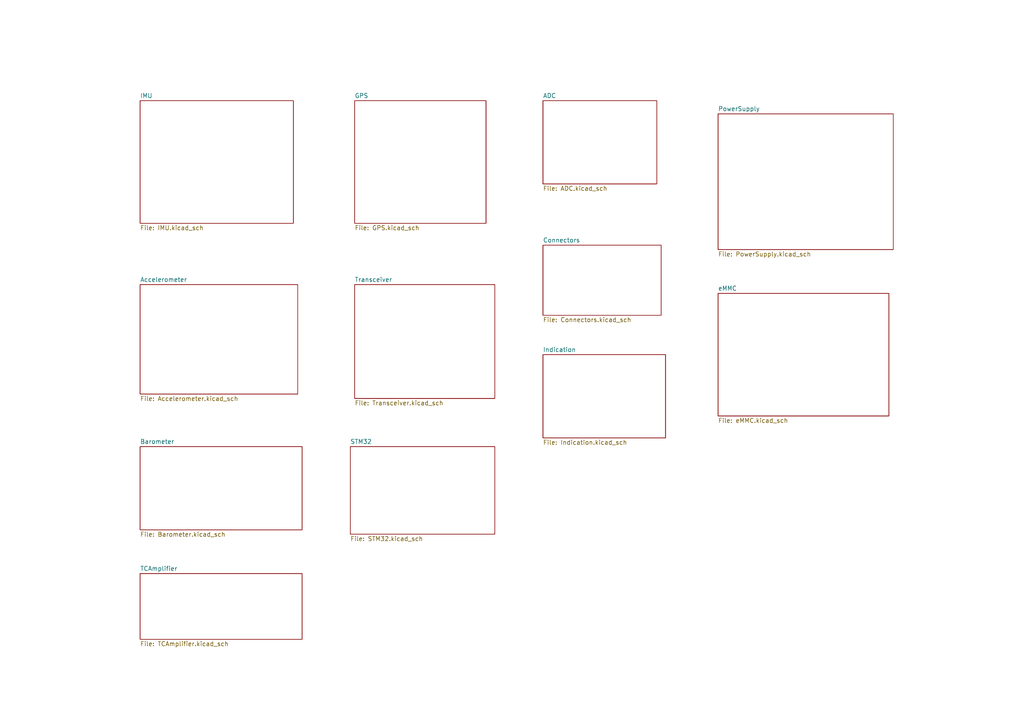
<source format=kicad_sch>
(kicad_sch
	(version 20250114)
	(generator "eeschema")
	(generator_version "9.0")
	(uuid "0a2c2d5f-ec03-4264-8d40-9c0a045434b3")
	(paper "A4")
	(lib_symbols)
	(sheet
		(at 40.64 82.55)
		(size 45.72 31.75)
		(exclude_from_sim no)
		(in_bom yes)
		(on_board yes)
		(dnp no)
		(fields_autoplaced yes)
		(stroke
			(width 0.1524)
			(type solid)
		)
		(fill
			(color 0 0 0 0.0000)
		)
		(uuid "37bee707-2f83-4c44-a399-46b32f71d5e7")
		(property "Sheetname" "Accelerometer"
			(at 40.64 81.8384 0)
			(effects
				(font
					(size 1.27 1.27)
				)
				(justify left bottom)
			)
		)
		(property "Sheetfile" "Accelerometer.kicad_sch"
			(at 40.64 114.8846 0)
			(effects
				(font
					(size 1.27 1.27)
				)
				(justify left top)
			)
		)
		(instances
			(project "Flight Computer Components"
				(path "/0a2c2d5f-ec03-4264-8d40-9c0a045434b3"
					(page "5")
				)
			)
		)
	)
	(sheet
		(at 101.6 129.54)
		(size 41.91 25.4)
		(exclude_from_sim no)
		(in_bom yes)
		(on_board yes)
		(dnp no)
		(fields_autoplaced yes)
		(stroke
			(width 0.1524)
			(type solid)
		)
		(fill
			(color 0 0 0 0.0000)
		)
		(uuid "39228faf-053b-40a1-8120-8a34e662ac29")
		(property "Sheetname" "STM32"
			(at 101.6 128.8284 0)
			(effects
				(font
					(size 1.27 1.27)
				)
				(justify left bottom)
			)
		)
		(property "Sheetfile" "STM32.kicad_sch"
			(at 101.6 155.5246 0)
			(effects
				(font
					(size 1.27 1.27)
				)
				(justify left top)
			)
		)
		(instances
			(project "Flight Computer Components"
				(path "/0a2c2d5f-ec03-4264-8d40-9c0a045434b3"
					(page "9")
				)
			)
		)
	)
	(sheet
		(at 208.28 85.09)
		(size 49.53 35.56)
		(exclude_from_sim no)
		(in_bom yes)
		(on_board yes)
		(dnp no)
		(fields_autoplaced yes)
		(stroke
			(width 0.1524)
			(type solid)
		)
		(fill
			(color 0 0 0 0.0000)
		)
		(uuid "394f4c38-9763-4446-9123-316f2ff09edb")
		(property "Sheetname" "eMMC"
			(at 208.28 84.3784 0)
			(effects
				(font
					(size 1.27 1.27)
				)
				(justify left bottom)
			)
		)
		(property "Sheetfile" "eMMC.kicad_sch"
			(at 208.28 121.2346 0)
			(effects
				(font
					(size 1.27 1.27)
				)
				(justify left top)
			)
		)
		(instances
			(project "Flight Computer Components"
				(path "/0a2c2d5f-ec03-4264-8d40-9c0a045434b3"
					(page "3")
				)
			)
		)
	)
	(sheet
		(at 102.87 82.55)
		(size 40.64 33.02)
		(exclude_from_sim no)
		(in_bom yes)
		(on_board yes)
		(dnp no)
		(fields_autoplaced yes)
		(stroke
			(width 0.1524)
			(type solid)
		)
		(fill
			(color 0 0 0 0.0000)
		)
		(uuid "3dcc4683-4801-4e70-a092-5cfd223fce7a")
		(property "Sheetname" "Transceiver"
			(at 102.87 81.8384 0)
			(effects
				(font
					(size 1.27 1.27)
				)
				(justify left bottom)
			)
		)
		(property "Sheetfile" "Transceiver.kicad_sch"
			(at 102.87 116.1546 0)
			(effects
				(font
					(size 1.27 1.27)
				)
				(justify left top)
			)
		)
		(instances
			(project "Flight Computer Components"
				(path "/0a2c2d5f-ec03-4264-8d40-9c0a045434b3"
					(page "8")
				)
			)
		)
	)
	(sheet
		(at 157.48 71.12)
		(size 34.29 20.32)
		(exclude_from_sim no)
		(in_bom yes)
		(on_board yes)
		(dnp no)
		(fields_autoplaced yes)
		(stroke
			(width 0.1524)
			(type solid)
		)
		(fill
			(color 0 0 0 0.0000)
		)
		(uuid "457a9cff-8ca0-4caa-bc68-e1094feef12b")
		(property "Sheetname" "Connectors"
			(at 157.48 70.4084 0)
			(effects
				(font
					(size 1.27 1.27)
				)
				(justify left bottom)
			)
		)
		(property "Sheetfile" "Connectors.kicad_sch"
			(at 157.48 92.0246 0)
			(effects
				(font
					(size 1.27 1.27)
				)
				(justify left top)
			)
		)
		(instances
			(project "Flight Computer Components"
				(path "/0a2c2d5f-ec03-4264-8d40-9c0a045434b3"
					(page "11")
				)
			)
		)
	)
	(sheet
		(at 208.28 33.02)
		(size 50.8 39.37)
		(exclude_from_sim no)
		(in_bom yes)
		(on_board yes)
		(dnp no)
		(fields_autoplaced yes)
		(stroke
			(width 0.1524)
			(type solid)
		)
		(fill
			(color 0 0 0 0.0000)
		)
		(uuid "7b10f35d-8818-4e52-87e2-4a86711f2b63")
		(property "Sheetname" "PowerSupply"
			(at 208.28 32.3084 0)
			(effects
				(font
					(size 1.27 1.27)
				)
				(justify left bottom)
			)
		)
		(property "Sheetfile" "PowerSupply.kicad_sch"
			(at 208.28 72.9746 0)
			(effects
				(font
					(size 1.27 1.27)
				)
				(justify left top)
			)
		)
		(instances
			(project "Flight Computer Components"
				(path "/0a2c2d5f-ec03-4264-8d40-9c0a045434b3"
					(page "2")
				)
			)
		)
	)
	(sheet
		(at 40.64 129.54)
		(size 46.99 24.13)
		(exclude_from_sim no)
		(in_bom yes)
		(on_board yes)
		(dnp no)
		(fields_autoplaced yes)
		(stroke
			(width 0.1524)
			(type solid)
		)
		(fill
			(color 0 0 0 0.0000)
		)
		(uuid "8b902676-4ce2-4d14-be58-f512072c1430")
		(property "Sheetname" "Barometer"
			(at 40.64 128.8284 0)
			(effects
				(font
					(size 1.27 1.27)
				)
				(justify left bottom)
			)
		)
		(property "Sheetfile" "Barometer.kicad_sch"
			(at 40.64 154.2546 0)
			(effects
				(font
					(size 1.27 1.27)
				)
				(justify left top)
			)
		)
		(instances
			(project "Flight Computer Components"
				(path "/0a2c2d5f-ec03-4264-8d40-9c0a045434b3"
					(page "6")
				)
			)
		)
	)
	(sheet
		(at 157.48 29.21)
		(size 33.02 24.13)
		(exclude_from_sim no)
		(in_bom yes)
		(on_board yes)
		(dnp no)
		(fields_autoplaced yes)
		(stroke
			(width 0.1524)
			(type solid)
		)
		(fill
			(color 0 0 0 0.0000)
		)
		(uuid "b0cfe881-b9e6-4588-915d-c29f1c68af5c")
		(property "Sheetname" "ADC"
			(at 157.48 28.4984 0)
			(effects
				(font
					(size 1.27 1.27)
				)
				(justify left bottom)
			)
		)
		(property "Sheetfile" "ADC.kicad_sch"
			(at 157.48 53.9246 0)
			(effects
				(font
					(size 1.27 1.27)
				)
				(justify left top)
			)
		)
		(instances
			(project "Flight Computer Components"
				(path "/0a2c2d5f-ec03-4264-8d40-9c0a045434b3"
					(page "10")
				)
			)
		)
	)
	(sheet
		(at 157.48 102.87)
		(size 35.56 24.13)
		(exclude_from_sim no)
		(in_bom yes)
		(on_board yes)
		(dnp no)
		(fields_autoplaced yes)
		(stroke
			(width 0.1524)
			(type solid)
		)
		(fill
			(color 0 0 0 0.0000)
		)
		(uuid "c44912c0-a338-4477-bcc8-f885396fa783")
		(property "Sheetname" "Indication"
			(at 157.48 102.1584 0)
			(effects
				(font
					(size 1.27 1.27)
				)
				(justify left bottom)
			)
		)
		(property "Sheetfile" "Indication.kicad_sch"
			(at 157.48 127.5846 0)
			(effects
				(font
					(size 1.27 1.27)
				)
				(justify left top)
			)
		)
		(instances
			(project "Flight Computer Components"
				(path "/0a2c2d5f-ec03-4264-8d40-9c0a045434b3"
					(page "12")
				)
			)
		)
	)
	(sheet
		(at 40.64 29.21)
		(size 44.45 35.56)
		(exclude_from_sim no)
		(in_bom yes)
		(on_board yes)
		(dnp no)
		(fields_autoplaced yes)
		(stroke
			(width 0.1524)
			(type solid)
		)
		(fill
			(color 0 0 0 0.0000)
		)
		(uuid "ce1bfdff-5d06-4342-a09a-162f444c396f")
		(property "Sheetname" "IMU"
			(at 40.64 28.4984 0)
			(effects
				(font
					(size 1.27 1.27)
				)
				(justify left bottom)
			)
		)
		(property "Sheetfile" "IMU.kicad_sch"
			(at 40.64 65.3546 0)
			(effects
				(font
					(size 1.27 1.27)
				)
				(justify left top)
			)
		)
		(instances
			(project "Flight Computer Components"
				(path "/0a2c2d5f-ec03-4264-8d40-9c0a045434b3"
					(page "4")
				)
			)
		)
	)
	(sheet
		(at 40.64 166.37)
		(size 46.99 19.05)
		(exclude_from_sim no)
		(in_bom yes)
		(on_board yes)
		(dnp no)
		(fields_autoplaced yes)
		(stroke
			(width 0.1524)
			(type solid)
		)
		(fill
			(color 0 0 0 0.0000)
		)
		(uuid "d4765d39-59a3-4411-ab9d-5a99ec4e2def")
		(property "Sheetname" "TCAmplifier"
			(at 40.64 165.6584 0)
			(effects
				(font
					(size 1.27 1.27)
				)
				(justify left bottom)
			)
		)
		(property "Sheetfile" "TCAmplifier.kicad_sch"
			(at 40.64 186.0046 0)
			(effects
				(font
					(size 1.27 1.27)
				)
				(justify left top)
			)
		)
		(instances
			(project "Flight Computer Components"
				(path "/0a2c2d5f-ec03-4264-8d40-9c0a045434b3"
					(page "13")
				)
			)
		)
	)
	(sheet
		(at 102.87 29.21)
		(size 38.1 35.56)
		(exclude_from_sim no)
		(in_bom yes)
		(on_board yes)
		(dnp no)
		(fields_autoplaced yes)
		(stroke
			(width 0.1524)
			(type solid)
		)
		(fill
			(color 0 0 0 0.0000)
		)
		(uuid "f397ab0d-72bd-47c8-b885-d00db3174894")
		(property "Sheetname" "GPS"
			(at 102.87 28.4984 0)
			(effects
				(font
					(size 1.27 1.27)
				)
				(justify left bottom)
			)
		)
		(property "Sheetfile" "GPS.kicad_sch"
			(at 102.87 65.3546 0)
			(effects
				(font
					(size 1.27 1.27)
				)
				(justify left top)
			)
		)
		(instances
			(project "Flight Computer Components"
				(path "/0a2c2d5f-ec03-4264-8d40-9c0a045434b3"
					(page "7")
				)
			)
		)
	)
	(sheet_instances
		(path "/"
			(page "1")
		)
	)
	(embedded_fonts no)
)

</source>
